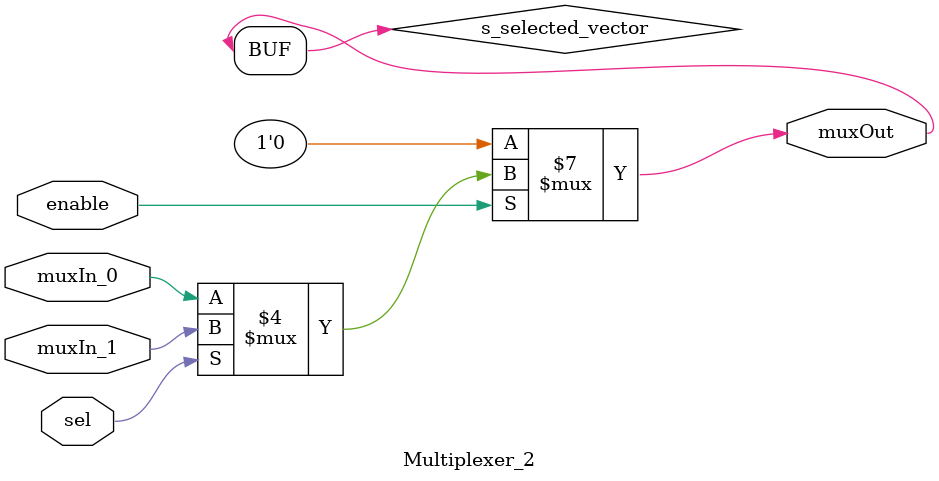
<source format=v>
/******************************************************************************
 ** Logisim-evolution goes FPGA automatic generated Verilog code             **
 ** https://github.com/logisim-evolution/                                    **
 **                                                                          **
 ** Component : Multiplexer_2                                                **
 **                                                                          **
 *****************************************************************************/

module Multiplexer_2( enable,
                      muxIn_0,
                      muxIn_1,
                      muxOut,
                      sel );

   /*******************************************************************************
   ** The inputs are defined here                                                **
   *******************************************************************************/
   input enable;
   input muxIn_0;
   input muxIn_1;
   input sel;

   /*******************************************************************************
   ** The outputs are defined here                                               **
   *******************************************************************************/
   output muxOut;

   /*******************************************************************************
   ** The module functionality is described here                                 **
   *******************************************************************************/
   reg s_selected_vector;
   assign muxOut = s_selected_vector;

   always @(*)
   begin
      if (~enable) s_selected_vector <= 0;
      else case (sel)
         1'b0:
            s_selected_vector <= muxIn_0;
        default:
           s_selected_vector <= muxIn_1;
      endcase
   end

endmodule

</source>
